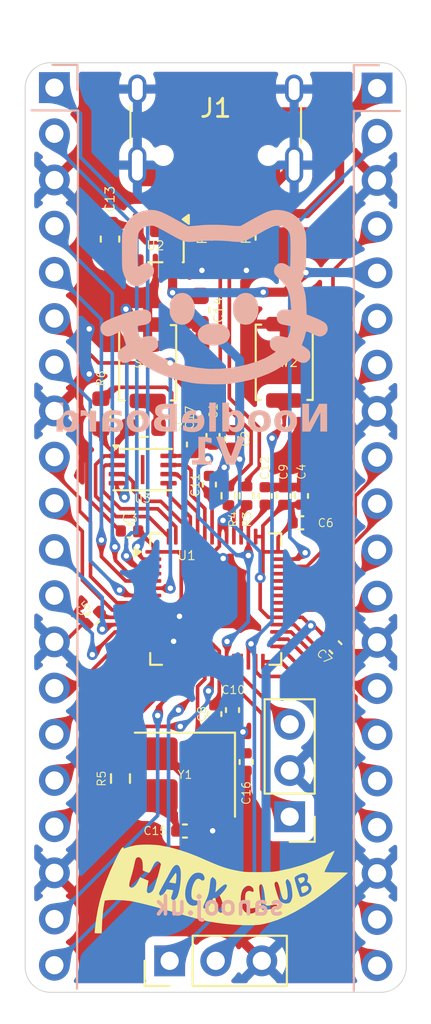
<source format=kicad_pcb>
(kicad_pcb (version 20241229) (generator "pcbnew") (generator_version "9.0")
  (layers (0 "F.Cu" signal) (2 "B.Cu" signal) (13 "F.Paste" user) (15 "B.Paste" user) (5 "F.SilkS" user "F.Silkscreen") (7 "B.SilkS" user "B.Silkscreen") (1 "F.Mask" user) (3 "B.Mask" user) (25 "Edge.Cuts" user))
  (net 0 "")
  (net 2 "GND")
  (net 3 "VBUS")
  (net 4 "Net-(J1-CC2)")
  (net 6 "Net-(J1-CC1)")
  (net 7 "/GPIO27_ADC1")
  (net 8 "/XOUT")
  (net 9 "/GPIO28_ADC2")
  (net 10 "/GPIO16")
  (net 11 "/GPIO11")
  (net 12 "/USB_D-")
  (net 13 "/XIN")
  (net 14 "/GPIO3")
  (net 15 "+1V1")
  (net 16 "+3V3")
  (net 17 "/GPIO8")
  (net 18 "/GPIO25")
  (net 19 "/GPIO21")
  (net 20 "/QSPI_SCLK")
  (net 21 "/GPIO12")
  (net 22 "/GPIO18")
  (net 23 "/SWCLK")
  (net 24 "/GPIO26_ADC0")
  (net 25 "/QSPI_SS")
  (net 26 "/GPIO1")
  (net 27 "/GPIO23")
  (net 28 "/GPIO24")
  (net 29 "/QSPI_SD3")
  (net 30 "/GPIO5")
  (net 31 "/QSPI_SD2")
  (net 32 "/USB_D+")
  (net 33 "/QSPI_SD1")
  (net 34 "/GPIO0")
  (net 35 "/GPIO7")
  (net 36 "/GPIO9")
  (net 37 "/SWD")
  (net 38 "/GPIO19")
  (net 39 "/GPIO20")
  (net 40 "/QSPI_SD0")
  (net 41 "/GPIO22")
  (net 42 "/GPIO10")
  (net 43 "/GPIO4")
  (net 44 "/GPIO13")
  (net 45 "/RUN")
  (net 46 "/GPIO2")
  (net 47 "/GPIO15")
  (net 48 "/GPIO14")
  (net 49 "/GPIO17")
  (net 50 "/GPIO6")
  (net 51 "/GPIO29_ADC3")
  (net 53 "Net-(C15-Pad2)")
  (net 54 "Net-(R7-Pad2)")
  (net 55 "Net-(J1-D+-PadA6)")
  (net 56 "Net-(J1-D--PadA7)")
  (footprint "Capacitor_SMD:C_0402_1005Metric" (layer "F.Cu") (at 31.1 46.15 -45)
    (property "Reference" "C7")
    (property "Value" "100n")
  )
  (footprint "Resistor_SMD:R_0603_1608Metric" (layer "F.Cu") (at 23.75 23.5 -90)
    (property "Reference" "R2")
    (property "Value" "5.1k")
  )
  (footprint "Connector_PinHeader_2.54mm:PinHeader_1x03_P2.54mm_Vertical" (layer "F.Cu") (at 21.96 63.39 90)
    (property "Reference" "J5" (hide yes))
    (property "Value" "Bottom")
  )
  (footprint "Capacitor_SMD:C_0402_1005Metric" (layer "F.Cu") (at 25.425 49.6 -90)
    (property "Reference" "C10")
    (property "Value" "100n")
  )
  (footprint "Capacitor_SMD:C_0402_1005Metric" (layer "F.Cu") (at 22.801777 56.251777 180)
    (property "Reference" "C15")
    (property "Value" "33p")
  )
  (footprint "Capacitor_SMD:C_0402_1005Metric" (layer "F.Cu") (at 24.15 37.2 90)
    (property "Reference" "C11")
    (property "Value" "100n")
  )
  (footprint "LOGO" (layer "F.Cu") (at 24.83 59.43)
    (property "Reference" "G***" (hide yes))
    (property "Value" "LOGO" (hide yes))
  )
  (footprint "Package_SON:Winbond_USON-8-1EP_3x2mm_P0.5mm_EP0.2x1.6mm" (layer "F.Cu") (at 20.475 36.375)
    (property "Reference" "U3")
    (property "Value" "W25Q16JVZPIQ TR")
  )
  (footprint "Capacitor_SMD:C_0402_1005Metric" (layer "F.Cu") (at 24.35 34.525 90)
    (property "Reference" "C1")
    (property "Value" "100n")
  )
  (footprint "Capacitor_SMD:C_0402_1005Metric" (layer "F.Cu") (at 25.38 34.69 90)
    (property "Reference" "C2")
    (property "Value" "100n")
  )
  (footprint "Capacitor_SMD:C_0402_1005Metric" (layer "F.Cu") (at 29.22 39.3)
    (property "Reference" "C6")
    (property "Value" "100n")
  )
  (footprint "Capacitor_SMD:C_0402_1005Metric" (layer "F.Cu") (at 27.225 37.825 -90)
    (property "Reference" "C12")
    (property "Value" "1u")
  )
  (footprint "Capacitor_SMD:C_0402_1005Metric" (layer "F.Cu") (at 26.176777 52.456777 90)
    (property "Reference" "C16")
    (property "Value" "33p")
  )
  (footprint "PCM_marbastlib-various:USB_C_Receptacle_HRO_TYPE-C-31-M-12" (layer "F.Cu") (at 24.5 16.5 180)
    (property "Reference" "J1")
    (property "Value" "USB_C_Receptacle_USB2.0_16P")
  )
  (footprint "Capacitor_SMD:C_0402_1005Metric" (layer "F.Cu") (at 24.45 49.82 -90)
    (property "Reference" "C8")
    (property "Value" "100n")
  )
  (footprint "Capacitor_SMD:C_0402_1005Metric" (layer "F.Cu") (at 19.75 39.75 180)
    (property "Reference" "C3")
    (property "Value" "100n")
  )
  (footprint "Resistor_SMD:R_0603_1608Metric" (layer "F.Cu") (at 26.175 23.5 -90)
    (property "Reference" "R1")
    (property "Value" "5.1k")
  )
  (footprint "Capacitor_SMD:C_0402_1005Metric" (layer "F.Cu") (at 17.75 44.55 -135)
    (property "Reference" "C5")
    (property "Value" "100n")
  )
  (footprint "Resistor_SMD:R_0603_1608Metric" (layer "F.Cu") (at 18.175 33.3 -90)
    (property "Reference" "R6")
    (property "Value" "10k")
  )
  (footprint "Button_Switch_SMD:SW_Push_SPST_NO_Alps_SKRK" (layer "F.Cu") (at 28.275 30.475 -90)
    (property "Reference" "SW2")
    (property "Value" "Reset")
  )
  (footprint "Capacitor_SMD:C_0402_1005Metric" (layer "F.Cu") (at 28.25 37.83 -90)
    (property "Reference" "C9")
    (property "Value" "1u")
  )
  (footprint "Resistor_SMD:R_0402_1005Metric" (layer "F.Cu") (at 25.2 37.815 90)
    (property "Reference" "R4")
    (property "Value" "27")
  )
  (footprint "Capacitor_SMD:C_0603_1608Metric" (layer "F.Cu") (at 23.64 27.6 90)
    (property "Reference" "C14")
    (property "Value" "10u")
  )
  (footprint "Resistor_SMD:R_0402_1005Metric" (layer "F.Cu") (at 26.2 37.815 90)
    (property "Reference" "R3")
    (property "Value" "27")
  )
  (footprint "Capacitor_SMD:C_0402_1005Metric" (layer "F.Cu") (at 29.225 37.825 90)
    (property "Reference" "C4")
    (property "Value" "100n")
  )
  (footprint "Crystal:Crystal_SMD_3225-4Pin_3.2x2.5mm_HandSoldering" (layer "F.Cu") (at 22.801777 53.151777 180)
    (property "Reference" "Y1")
    (property "Value" "12MHz")
  )
  (footprint "Capacitor_SMD:C_0402_1005Metric" (layer "F.Cu") (at 23.275 34.995 90)
    (property "Reference" "C17")
    (property "Value" "100n")
  )
  (footprint "Package_DFN_QFN:QFN-56-1EP_7x7mm_P0.4mm_EP3.2x3.2mm" (layer "F.Cu") (at 24.5 43.5)
    (property "Reference" "U1")
    (property "Value" "RP2040")
  )
  (footprint "Package_TO_SOT_SMD:SOT-23-5" (layer "F.Cu") (at 21.175 24.0625 -90)
    (property "Reference" "U2")
    (property "Value" "ME6211C33M5")
  )
  (footprint "Capacitor_SMD:C_0603_1608Metric" (layer "F.Cu") (at 18.675 23.7 90)
    (property "Reference" "C13")
    (property "Value" "10u")
  )
  (footprint "Button_Switch_SMD:SW_Push_SPST_NO_Alps_SKRK" (layer "F.Cu") (at 20.75 30.5 -90)
    (property "Reference" "SW1")
    (property "Value" "Boot")
  )
  (footprint "Connector_PinHeader_2.54mm:PinHeader_1x03_P2.54mm_Vertical" (layer "F.Cu") (at 28.574999 55.465003 180)
    (property "Reference" "J4" (hide yes))
    (property "Value" "Middle")
  )
  (footprint "Resistor_SMD:R_0603_1608Metric" (layer "F.Cu") (at 20.525 34.05)
    (property "Reference" "R7")
    (property "Value" "1k")
  )
  (footprint "Resistor_SMD:R_0603_1608Metric" (layer "F.Cu") (at 19.251777 53.364277 90)
    (property "Reference" "R5")
    (property "Value" "5.1k")
  )
  (footprint "Connector_PinHeader_2.54mm:PinHeader_1x20_P2.54mm_Vertical" (layer "B.Cu") (at 33.39 15.395 180)
    (property "Reference" "J3" (hide yes))
    (property "Value" "Right")
  )
  (footprint "LOGO" (layer "B.Cu") (at 24.407249 26.60411 180)
    (property "Reference" "G***" (hide yes))
    (property "Value" "LOGO" (hide yes))
  )
  (footprint "Connector_PinHeader_2.54mm:PinHeader_1x20_P2.54mm_Vertical" (layer "B.Cu") (at 15.61 15.37 180)
    (property "Reference" "J2" (hide yes))
    (property "Value" "Left")
  )
  (gr_arc (start 14 15.4) (mid 14.410051 14.410051) (end 15.4 14) (stroke (width 0.05)) (layer "Edge.Cuts"))
  (gr_line (start 33.6 65.12) (end 15.4 65.12) (stroke (width 0.05)) (layer "Edge.Cuts"))
  (gr_arc (start 15.4 65.12) (mid 14.410051 64.709949) (end 14 63.72) (stroke (width 0.05)) (layer "Edge.Cuts"))
  (gr_arc (start 33.6 14) (mid 34.589949 14.410051) (end 35 15.4) (stroke (width 0.05)) (layer "Edge.Cuts"))
  (gr_arc (start 35 63.72) (mid 34.589949 64.709949) (end 33.6 65.12) (stroke (width 0.05)) (layer "Edge.Cuts"))
  (gr_line (start 15.4 14) (end 33.6 14) (stroke (width 0.05)) (layer "Edge.Cuts"))
  (gr_line (start 14 63.72) (end 14 15.4) (stroke (width 0.05)) (layer "Edge.Cuts"))
  (gr_line (start 35 15.4) (end 35 63.72) (stroke (width 0.05)) (layer "Edge.Cuts"))
  (gr_text "sanooj.uk" (at 28.383957 60.939556 0) (layer "B.SilkS") (effects (font (size 1 1) (thickness 0.2) (bold yes)) (justify left bottom mirror)))
  (gr_text "V1" (at 24.593563 36.356612 0) (layer "B.SilkS") (effects (font (size 1.5 1.5) (thickness 0.375) (bold yes)) (justify bottom mirror)))
  (gr_text "NoodleBoard" (at 30.83 34.54 0) (layer "B.SilkS") (effects (font (size 1.5 1.5) (thickness 0.375) (bold yes)) (justify left bottom mirror)))
  (segment (start 23.44853 43.5) (end 22.50353 44.445) (width 0.2) (layer "F.Cu") (net 2))
  (segment (start 20.335 19.63) (end 21.25 20.545) (width 0.5) (layer "F.Cu") (net 2))
  (segment (start 29.225 37.345) (end 28.255 37.345) (width 0.2) (layer "F.Cu") (net 2))
  (segment (start 28.25 37.35) (end 27.23 37.35) (width 0.2) (layer "F.Cu") (net 2))
  (segment (start 20.18 19.63) (end 20.335 19.63) (width 0.5) (layer "F.Cu") (net 2))
  (segment (start 24.5 43.5) (end 24.51 43.5) (width 0.2) (layer "F.Cu") (net 2))
  (segment (start 23.64 33.18) (end 23.56 33.26) (width 0.2) (layer "F.Cu") (net 2))
  (segment (start 23.75 24.325) (end 23.75 25.41) (width 0.2) (layer "F.Cu") (net 2))
  (segment (start 20.85 28.4) (end 20.874999 28.375001) (width 0.2) (layer "F.Cu") (net 2))
  (segment (start 29.846 39.164) (end 30.21 38.8) (width 0.2) (layer "F.Cu") (net 2))
  (segment (start 24.45 50.3) (end 25.205 50.3) (width 0.5) (layer "F.Cu") (net 2))
  (segment (start 21.621777 52.001777) (end 23.921777 54.301777) (width 0.5) (layer "F.Cu") (net 2))
  (segment (start 15.61 45.85) (end 16.18 45.85) (width 0.2) (layer "F.Cu") (net 2))
  (segment (start 21.351777 52.001777) (end 21.621777 52.001777) (width 0.5) (layer "F.Cu") (net 2))
  (segment (start 23.5 46.9375) (end 23.5 46.21) (width 0.2) (layer "F.Cu") (net 2))
  (segment (start 22.341471 45.98) (end 22.179503 45.818032) (width 0.2) (layer "F.Cu") (net 2))
  (segment (start 23.5 46.21) (end 23.27 45.98) (width 0.2) (layer "F.Cu") (net 2))
  (segment (start 23.275 34.515) (end 23.275 33.545) (width 0.2) (layer "F.Cu") (net 2))
  (segment (start 26.19 24.34) (end 26.175 24.325) (width 0.2) (layer "F.Cu") (net 2))
  (segment (start 25.205 50.3) (end 25.425 50.08) (width 0.5) (layer "F.Cu") (net 2))
  (segment (start 24.5 41.67) (end 24.91 41.26) (width 0.2) (layer "F.Cu") (net 2))
  (segment (start 21.175 20.62) (end 21.25 20.545) (width 0.2) (layer "F.Cu") (net 2))
  (segment (start 19.05 37.476473) (end 19.05 37.125) (width 0.2) (layer "F.Cu") (net 2))
  (segment (start 29.836 39.164) (end 29.846 39.164) (width 0.2) (layer "F.Cu") (net 2))
  (segment (start 31.439411 46.489411) (end 32.775589 46.489411) (width 0.5) (layer "F.Cu") (net 2))
  (segment (start 27.23 37.35) (end 27.225 37.345) (width 0.2) (layer "F.Cu") (net 2))
  (segment (start 17.53 31.23) (end 17.53 31.12) (width 0.2) (layer "F.Cu") (net 2))
  (segment (start 23.64 28.375001) (end 23.64 33.18) (width 0.2) (layer "F.Cu") (net 2))
  (segment (start 26.176777 53.703223) (end 26.176777 52.936777) (width 0.2) (layer "F.Cu") (net 2))
  (segment (start 30.21 38.33) (end 29.225 37.345) (width 0.2) (layer "F.Cu") (net 2))
  (segment (start 24.251777 54.301777) (end 25.578223 54.301777) (width 0.2) (layer "F.Cu") (net 2))
  (segment (start 24.5 43.5) (end 23.44853 43.5) (width 0.2) (layer "F.Cu") (net 2))
  (segment (start 27.905 20.545) (end 28.82 19.63) (width 0.5) (layer "F.Cu") (net 2))
  (segment (start 28.255 37.345) (end 28.25 37.35) (width 0.2) (layer "F.Cu") (net 2))
  (segment (start 24.33 56.24) (end 24.33 54.38) (width 0.2) (layer "F.Cu") (net 2))
  (segment (start 15.61 33.15) (end 17.53 31.23) (width 0.2) (layer "F.Cu") (net 2))
  (segment (start 23.75 25.41) (end 23.74 25.42) (width 0.2) (layer "F.Cu") (net 2))
  (segment (start 29.7 39.3) (end 29.836 39.164) (width 0.2) (layer "F.Cu") (net 2))
  (segment (start 17.396 34.936) (end 17.374 34.914) (width 0.2) (layer "F.Cu") (net 2))
  (segment (start 18.46 28.64) (end 19.55 27.55) (width 0.2) (layer "F.Cu") (net 2))
  (segment (start 24.15 36.72) (end 24.5 36.72) (width 0.2) (layer "F.Cu") (net 2))
  (segment (start 16.18 45.85) (end 17.140589 44.889411) (width 0.2) (layer "F.Cu") (net 2))
  (segment (start 15.61 33.15) (end 17.374 34.914) (width 0.2) (layer "F.Cu") (net 2))
  (segment (start 19.2329 39.75) (end 17.396 37.9131) (width 0.2) (layer "F.Cu") (net 2))
  (segment (start 24.33 56.24) (end 23.293554 56.24) (width 0.2) (layer "F.Cu") (net 2))
  (segment (start 27.75 20.545) (end 27.905 20.545) (width 0.5) (layer "F.Cu") (net 2))
  (segment (start 23.921777 54.301777) (end 24.251777 54.301777) (width 0.5) (layer "F.Cu") (net 2))
  (segment (start 20.75 28.4) (end 20.85 28.4) (width 0.2) (layer "F.Cu") (net 2))
  (segment (start 23.82 33.515) (end 24.35 34.045) (width 0.2) (layer "F.Cu") (net 2))
  (segment (start 21.175 22.925) (end 21.175 20.62) (width 0.2) (layer "F.Cu") (net 2))
  (segment (start 23.815 33.515) (end 23.82 33.515) (width 0.2) (layer "F.Cu") (net 2))
  (segment (start 23.293554 56.24) (end 23.281777 56.251777) (width 0.2) (layer "F.Cu") (net 2))
  (segment (start 32.775589 46.489411) (end 33.39 45.875) (width 0.5) (layer "F.Cu") (net 2))
  (segment (start 25.425 50.225) (end 26 50.8) (width 0.2) (layer "F.Cu") (net 2))
  (segment (start 25.33 34.25) (end 24.555 34.25) (width 0.2) (layer "F.Cu") (net 2))
  (segment (start 25.578223 54.301777) (end 26.176777 53.703223) (width 0.2) (layer "F.Cu") (net 2))
  (segment (start 17.53 28.64) (end 18.46 28.64) (width 0.2) (layer "F.Cu") (net 2))
  (segment (start 23.56 33.26) (end 23.815 33.515) (width 0.2) (layer "F.Cu") (net 2))
  (segment (start 19.474001 37.900473) (end 19.05 37.476473) (width 0.2) (layer "F.Cu") (net 2))
  (segment (start 17.140589 44.889411) (end 17.410589 44.889411) (width 0.2) (layer "F.Cu") (net 2))
  (segment (start 20.4 28.4) (end 20.75 28.4) (width 0.2) (layer "F.Cu") (net 2))
  (segment (start 19.27 39.75) (end 19.2329 39.75) (width 0.2) (layer "F.Cu") (net 2))
  (segment (start 23.27 45.98) (end 22.341471 45.98) (width 0.2) (layer "F.Cu") (net 2))
  (segment (start 24.33 54.38) (end 24.251777 54.301777) (width 0.2) (layer "F.Cu") (net 2))
  (segment (start 30.21 38.8) (end 30.21 38.33) (width 0.2) (layer "F.Cu") (net 2))
  (segment (start 25.425 50.08) (end 25.425 50.225) (width 0.2) (layer "F.Cu") (net 2))
  (segment (start 23.275 33.545) (end 23.56 33.26) (width 0.2) (layer "F.Cu") (net 2))
  (segment (start 19.55 27.55) (end 20.4 28.4) (width 0.2) (layer "F.Cu") (net 2))
  (segment (start 24.5 43.5) (end 24.48 43.5) (width 0.2) (layer "F.Cu") (net 2))
  (segment (start 17.396 37.9131) (end 17.396 34.936) (width 0.2) (layer "F.Cu") (net 2))
  (segment (start 24.555 34.25) (end 24.35 34.045) (width 0.2) (layer "F.Cu") (net 2))
  (segment (start 26.19 25.42) (end 26.19 24.34) (width 0.2) (layer "F.Cu") (net 2))
  (segment (start 24.5 36.72) (end 24.97 36.25) (width 0.2) (layer "F.Cu") (net 2))
  (segment (start 20.874999 28.375001) (end 23.64 28.375001) (width 0.2) (layer "F.Cu") (net 2))
  (segment (start 24.5 43.5) (end 24.5 41.67) (width 0.2) (layer "F.Cu") (net 2))
  (via (at 23.56 33.26) (size 0.6) (drill 0.3) (layers "F.Cu" "B.Cu") (net 2))
  (via (at 24.91 41.26) (size 0.6) (drill 0.3) (layers "F.Cu" "B.Cu") (net 2))
  (via (at 22.50353 44.445) (size 0.6) (drill 0.3) (layers "F.Cu" "B.Cu") (net 2))
  (via (at 17.53 31.12) (size 0.6) (drill 0.3) (layers "F.Cu" "B.Cu") (net 2))
  (via (at 26 50.8) (size 0.6) (drill 0.3) (layers "F.Cu" "B.Cu") (net 2))
  (via (at 17.53 28.64) (size 0.6) (drill 0.3) (layers "F.Cu" "B.Cu") (net 2))
  (via (at 19.55 27.55) (size 0.6) (drill 0.3) (layers "F.Cu" "B.Cu") (net 2))
  (via (at 24.97 36.25) (size 0.6) (drill 0.3) (layers "F.Cu" "B.Cu") (net 2))
  (via (at 19.474001 37.900473) (size 0.6) (drill 0.3) (layers "F.Cu" "B.Cu") (net 2))
  (via (at 24.33 56.24) (size 0.6) (drill 0.3) (layers "F.Cu" "B.Cu") (net 2))
  (via (at 23.74 25.42) (size 0.6) (drill 0.3) (layers "F.Cu" "B.Cu") (net 2))
  (via (at 22.179503 45.818032) (size 0.6) (drill 0.3) (layers "F.Cu" "B.Cu") (net 2))
  (via (at 26.19 25.42) (size 0.6) (drill 0.3) (layers "F.Cu" "B.Cu") (net 2))
  (segment (start 17.53 31.12) (end 17.53 28.64) (width 0.2) (layer "B.Cu") (net 2))
  (segment (start 26 50.8) (end 26 54.57) (width 0.2) (layer "B.Cu") (net 2))
  (segment (start 19.6 37.774474) (end 19.6 27.6) (width 0.2) (layer "B.Cu") (net 2))
  (segment (start 23.56 33.26) (end 24.97 34.67) (width 0.2) (layer "B.Cu") (net 2))
  (segment (start 26 54.57) (end 24.33 56.24) (width 0.2) (layer "B.Cu") (net 2))
  (segment (start 24.97 34.67) (end 24.97 36.25) (width 0.2) (layer "B.Cu") (net 2))
  (segment (start 19.474001 37.900473) (end 19.6 37.774474) (width 0.2) (layer "B.Cu") (net 2))
  (segment (start 23.74 25.42) (end 26.19 25.42) (width 0.2) (layer "B.Cu") (net 2))
  (segment (start 19.6 27.6) (end 19.55 27.55) (width 0.2) (layer "B.Cu") (net 2))
  (segment (start 26.95 19.718) (end 26.325 19.093) (width 0.25) (layer "F.Cu") (net 3))
  (segment (start 31.33 17.455) (end 31.33 20.48) (width 0.5) (layer "F.Cu") (net 3))
  (segment (start 22.05 19.718) (end 22.05 20.545) (width 0.25) (layer "F.Cu") (net 3))
  (segment (start 26.325 19.093) (end 22.675 19.093) (width 0.25) (layer "F.Cu") (net 3))
  (segment (start 29.51 22.3) (end 27.578 22.3) (width 0.5) (layer "F.Cu") (net 3))
  (segment (start 26.95 21.672) (end 26.95 20.545) (width 0.5) (layer "F.Cu") (net 3))
  (segment (start 22.05 22.85) (end 22.125 22.925) (width 0.25) (layer "F.Cu") (net 3))
  (segment (start 22.675 19.093) (end 22.05 19.718) (width 0.25) (layer "F.Cu") (net 3))
  (segment (start 20.625 23.9) (end 21.812499 23.9) (width 0.2) (layer "F.Cu") (net 3))
  (segment (start 21.812499 23.9) (end 22.125 23.587499) (width 0.2) (layer "F.Cu") (net 3))
  (segment (start 22.05 20.545) (end 22.05 22.85) (width 0.25) (layer "F.Cu") (net 3))
  (segment (start 26.95 20.545) (end 26.95 19.718) (width 0.25) (layer "F.Cu") (net 3))
  (segment (start 20.225 22.925) (end 20.225 23.5) (width 0.2) (layer "F.Cu") (net 3))
  (segment (start 27.578 22.3) (end 26.95 21.672) (width 0.5) (layer "F.Cu") (net 3))
  (segment (start 20.225 23.5) (end 20.625 23.9) (width 0.2) (layer "F.Cu") (net 3))
  (segment (start 22.125 23.587499) (end 22.125 22.925) (width 0.2) (layer "F.Cu") (net 3))
  (segment (start 31.33 20.48) (end 29.51 22.3) (width 0.5) (layer "F.Cu") (net 3))
  (segment (start 22.05 20.545) (end 22.05 19.651364) (width 0.25) (layer "F.Cu") (net 3))
  (segment (start 33.39 15.395) (end 31.33 17.455) (width 0.5) (layer "F.Cu") (net 3))
  (segment (start 22.05 19.651364) (end 25.125364 16.576) (width 0.25) (layer "F.Cu") (net 3))
  (segment (start 32.209 16.576) (end 33.39 15.395) (width 0.25) (layer "F.Cu") (net 3))
  (segment (start 18.675 22.924999) (end 20.225 22.925) (width 0.2) (layer "F.Cu") (net 3))
  (segment (start 25.125364 16.576) (end 32.209 16.576) (width 0.25) (layer "F.Cu") (net 3))
  (segment (start 22.75 21.675) (end 23.75 22.675) (width 0.2) (layer "F.Cu") (net 4))
  (segment (start 22.75 20.545) (end 22.75 21.675) (width 0.2) (layer "F.Cu") (net 4))
  (segment (start 25.75 20.545) (end 25.75 22.25) (width 0.2) (layer "F.Cu") (net 6))
  (segment (start 25.75 22.25) (end 26.175 22.675) (width 0.2) (layer "F.Cu") (net 6))
  (segment (start 31.369 30.116) (end 33.39 28.095) (width 0.2) (layer "F.Cu") (net 7))
  (segment (start 29.69 42.1) (end 30.709 41.081) (width 0.2) (layer "F.Cu") (net 7))
  (segment (start 27.9375 42.1) (end 29.69 42.1) (width 0.2) (layer "F.Cu") (net 7))
  (segment (start 30.709 39.72) (end 31.369 39.06) (width 0.2) (layer "F.Cu") (net 7))
  (segment (start 31.369 39.06) (end 31.369 30.116) (width 0.2) (layer "F.Cu") (net 7))
  (segment (start 30.709 41.081) (end 30.709 39.72) (width 0.2) (layer "F.Cu") (net 7))
  (segment (start 24.099 48.547527) (end 24.099 48.359358) (width 0.2) (layer "F.Cu") (net 8))
  (segment (start 20.25 50.5) (end 19.251777 51.498223) (width 0.2) (layer "F.Cu") (net 8))
  (segment (start 24.3 48.158358) (end 24.3 46.9375) (width 0.2) (layer "F.Cu") (net 8))
  (segment (start 19.251777 51.498223) (end 19.251777 52.539277) (width 0.2) (layer "F.Cu") (net 8))
  (segment (start 24.099 48.359358) (end 24.3 48.158358) (width 0.2) (layer "F.Cu") (net 8))
  (segment (start 24.1 48.548527) (end 24.099 48.547527) (width 0.2) (layer "F.Cu") (net 8))
  (segment (start 22.55 50.5) (end 20.25 50.5) (width 0.2) (layer "F.Cu") (net 8))
  (via (at 22.55 50.5) (size 0.6) (drill 0.3) (layers "F.Cu" "B.Cu") (net 8))
  (via (at 24.1 48.548527) (size 0.6) (drill 0.3) (layers "F.Cu" "B.Cu") (net 8))
  (segment (start 22.75 50.5) (end 22.55 50.5) (width 0.2) (layer "B.Cu") (net 8))
  (segment (start 24.1 49.15) (end 22.75 50.5) (width 0.2) (layer "B.Cu") (net 8))
  (segment (start 24.1 48.548527) (end 24.1 49.15) (width 0.2) (layer "B.Cu") (net 8))
  (segment (start 30.96 25.445) (end 33.39 23.015) (width 0.2) (layer "F.Cu") (net 9))
  (segment (start 27.9375 41.7) (end 29.5229 41.7) (width 0.2) (layer "F.Cu") (net 9))
  (segment (start 30.96 38.8859) (end 30.96 25.445) (width 0.2) (layer "F.Cu") (net 9))
  (segment (start 30.308 39.5379) (end 30.96 38.8859) (width 0.2) (layer "F.Cu") (net 9))
  (segment (start 30.308 40.9149) (end 30.308 39.5379) (width 0.2) (layer "F.Cu") (net 9))
  (segment (start 29.5229 41.7) (end 30.308 40.9149) (width 0.2) (layer "F.Cu") (net 9))
  (segment (start 26.975 47.75) (end 28.175 47.75) (width 0.2) (layer "F.Cu") (net 10))
  (segment (start 28.175 47.75) (end 30.275 49.85) (width 0.2) (layer "F.Cu") (net 10))
  (segment (start 26.7 46.9375) (end 26.7 47.475) (width 0.2) (layer "F.Cu") (net 10))
  (segment (start 30.275 60.54) (end 33.39 63.655) (width 0.2) (layer "F.Cu") (net 10))
  (segment (start 30.275 49.85) (end 30.275 60.54) (width 0.2) (layer "F.Cu") (net 10))
  (segment (start 26.7 47.475) (end 26.975 47.75) (width 0.2) (layer "F.Cu") (net 10))
  (segment (start 20.44 46.1) (end 21.0625 46.1) (width 0.2) (layer "F.Cu") (net 11))
  (segment (start 15.61 50.93) (end 20.44 46.1) (width 0.2) (layer "F.Cu") (net 11))
  (segment (start 25.9 40.0625) (end 25.9 38.625) (width 0.2) (layer "F.Cu") (net 12))
  (segment (start 25.9 38.625) (end 26.2 38.325) (width 0.2) (layer "F.Cu") (net 12))
  (segment (start 24.276777 51.976777) (end 24.251777 52.001777) (width 0.2) (layer "F.Cu") (net 13))
  (segment (start 23.499 51.249) (end 24.251777 52.001777) (width 0.2) (layer "F.Cu") (net 13))
  (segment (start 23.499 48.301) (end 23.499 51.249) (width 0.2) (layer "F.Cu") (net 13))
  (segment (start 23.9 46.9375) (end 23.9 47.9) (width 0.2) (layer "F.Cu") (net 13))
  (segment (start 26.176777 51.976777) (end 24.276777 51.976777) (width 0.2) (layer "F.Cu") (net 13))
  (segment (start 23.9 47.9) (end 23.499 48.301) (width 0.2) (layer "F.Cu") (net 13))
  (segment (start 18.2 40.25) (end 18.2 41.160824) (width 0.2) (layer "F.Cu") (net 14))
  (segment (start 19.539176 42.5) (end 21.0625 42.5) (width 0.2) (layer "F.Cu") (net 14))
  (segment (start 18.2 41.160824) (end 19.539176 42.5) (width 0.2) (layer "F.Cu") (net 14))
  (via (at 18.2 40.25) (size 0.6) (drill 0.3) (layers "F.Cu" "B.Cu") (net 14))
  (segment (start 18.2 28.12) (end 15.61 25.53) (width 0.2) (layer "B.Cu") (net 14))
  (segment (start 18.2 40.25) (end 18.2 28.12) (width 0.2) (layer "B.Cu") (net 14))
  (segment (start 26.3 39.525) (end 27.225 38.6) (width 0.2) (layer "F.Cu") (net 15))
  (segment (start 23.975 35.85) (end 23.539 36.286) (width 0.2) (layer "F.Cu") (net 15))
  (segment (start 27.225 38.6) (end 27.225 38.305) (width 0.2) (layer "F.Cu") (net 15))
  (segment (start 24.06569 35.774802) (end 23.990492 35.85) (width 0.2) (layer "F.Cu") (net 15))
  (segment (start 25.1 46.9375) (end 25.1 48.795) (width 0.2) (layer "F.Cu") (net 15))
  (segment (start 23.990492 35.85) (end 23.975 35.85) (width 0.2) (layer "F.Cu") (net 15))
  (segment (start 23.539 36.286) (end 23.539 37.069) (width 0.2) (layer "F.Cu") (net 15))
  (segment (start 25.1 45.85) (end 25.124265 45.825735) (width 0.2) (layer "F.Cu") (net 15))
  (segment (start 25.1 46.9375) (end 25.1 45.85) (width 0.2) (layer "F.Cu") (net 15))
  (segment (start 25.1 48.795) (end 25.425 49.12) (width 0.2) (layer "F.Cu") (net 15))
  (segment (start 23.539 37.069) (end 24.15 37.68) (width 0.2) (layer "F.Cu") (net 15))
  (segment (start 26.3 40.0625) (end 26.3 41.1) (width 0.2) (layer "F.Cu") (net 15))
  (segment (start 24.3 37.83) (end 24.15 37.68) (width 0.2) (layer "F.Cu") (net 15))
  (segment (start 26.3 40.0625) (end 26.3 39.525) (width 0.2) (layer "F.Cu") (net 15))
  (segment (start 24.3 40.0625) (end 24.3 37.83) (width 0.2) (layer "F.Cu") (net 15))
  (via (at 26.3 41.1) (size 0.6) (drill 0.3) (layers "F.Cu" "B.Cu") (net 15))
  (via (at 24.06569 35.774802) (size 0.6) (drill 0.3) (layers "F.Cu" "B.Cu") (net 15))
  (via (at 25.124265 45.825735) (size 0.6) (drill 0.3) (layers "F.Cu" "B.Cu") (net 15))
  (segment (start 25.204265 45.825735) (end 25.124265 45.825735) (width 0.2) (layer "B.Cu") (net 15))
  (segment (start 26.3 41.1) (end 26.3 44.73) (width 0.2) (layer "B.Cu") (net 15))
  (segment (start 24.06569 35.774802) (end 23.54 36.300492) (width 0.2) (layer "B.Cu") (net 15))
  (segment (start 23.54 36.300492) (end 23.54 38.99) (width 0.2) (layer "B.Cu") (net 15))
  (segment (start 23.54 38.99) (end 25.65 41.1) (width 0.2) (layer "B.Cu") (net 15))
  (segment (start 26.3 44.73) (end 25.204265 45.825735) (width 0.2) (layer "B.Cu") (net 15))
  (segment (start 25.65 41.1) (end 26.3 41.1) (width 0.2) (layer "B.Cu") (net 15))
  (segment (start 27.9375 40.9) (end 27.1 40.9) (width 0.2) (layer "F.Cu") (net 16))
  (segment (start 21.0625 40.5825) (end 20.23 39.75) (width 0.2) (layer "F.Cu") (net 16))
  (segment (start 24.397774 40.9) (end 24.7 40.597774) (width 0.2) (layer "F.Cu") (net 16))
  (segment (start 26.7 40.0625) (end 27.1 40.0625) (width 0.2) (layer "F.Cu") (net 16))
  (segment (start 25.33 35.31) (end 25.33 35.21) (width 0.2) (layer "F.Cu") (net 16))
  (segment (start 18.669041 44.499) (end 18.327822 44.499) (width 0.2) (layer "F.Cu") (net 16))
  (segment (start 22.075 35.125) (end 22.075 35.45) (width 0.2) (layer "F.Cu") (net 16))
  (segment (start 29.736765 44.963235) (end 29.913235 44.963235) (width 0.2) (layer "F.Cu") (net 16))
  (segment (start 29.27353 44.5) (end 29.736765 44.963235) (width 0.2) (layer "F.Cu") (net 16))
  (segment (start 27.1 40.0625) (end 27.1 39.46) (width 0.2) (layer "F.Cu") (net 16))
  (segment (start 21.0625 44.5) (end 21.6 44.5) (width 0.2) (layer "F.Cu") (net 16))
  (segment (start 24.7 40.597774) (end 24.7 40.0625) (width 0.2) (layer "F.Cu") (net 16))
  (segment (start 24.7 49.09) (end 24.45 49.34) (width 0.2) (layer "F.Cu") (net 16))
  (segment (start 25.15 35.03) (end 25.33 35.21) (width 0.2) (layer "F.Cu") (net 16))
  (segment (start 18.327822 44.499) (end 18.039411 44.210589) (width 0.2) (layer "F.Cu") (net 16))
  (segment (start 22.6 43.5) (end 22.6 41.075) (width 0.2) (layer "F.Cu") (net 16))
  (segment (start 29.47 25.54) (end 29.44 25.54) (width 0.5) (layer "F.Cu") (net 16))
  (segment (start 21.6 44.5) (end 22.6 43.5) (width 0.2) (layer "F.Cu") (net 16))
  (segment (start 22.075 35.45) (end 21.9 35.625) (width 0.2) (layer "F.Cu") (net 16))
  (segment (start 23.125 35.625) (end 23.275 35.475) (width 0.2) (layer "F.Cu") (net 16))
  (segment (start 18.175 32.475) (end 18.8 31.85) (width 0.2) (layer "F.Cu") (net 16))
  (segment (start 29.22 38.31) (end 29.225 38.305) (width 0.2) (layer "F.Cu") (net 16))
  (segment (start 21.0625 40.9) (end 21.0625 40.5825) (width 0.2) (layer "F.Cu") (net 16))
  (segment (start 23.275 35.475) (end 23.745 35.005) (width 0.2) (layer "F.Cu") (net 16))
  (segment (start 24.7 46.9375) (end 24.7 49.09) (width 0.2) (layer "F.Cu") (net 16))
  (segment (start 21.0625 40.9) (end 22.225 40.9) (width 0.2) (layer "F.Cu") (net 16))
  (segment (start 24.35 35.005) (end 24.375 35.03) (width 0.2) (layer "F.Cu") (net 16))
  (segment (start 27.1 40.0625) (end 27.1 40.9) (width 0.2) (layer "F.Cu") (net 16))
  (segment (start 21.775 31.85) (end 22.075 32.15) (width 0.2) (layer "F.Cu") (net 16))
  (segment (start 27.9375 44.5) (end 27.4 44.5) (width 0.2) (layer "F.Cu") (net 16))
  (segment (start 22.075 32.15) (end 22.075 35.125) (width 0.2) (layer "F.Cu") (net 16))
  (segment (start 28.25 38.31) (end 28.725 38.31) (width 0.2) (layer "F.Cu") (net 16))
  (segment (start 22.6 41.075) (end 22.425 40.9) (width 0.2) (layer "F.Cu") (net 16))
  (segment (start 20.35 40) (end 20.05 40) (width 0.2) (layer "F.Cu") (net 16))
  (segment (start 23.78 45.43) (end 22.64 45.43) (width 0.2) (layer "F.Cu") (net 16))
  (segment (start 23.745 35.005) (end 24.35 35.005) (width 0.2) (layer "F.Cu") (net 16))
  (segment (start 21.71 44.5) (end 21.0625 44.5) (width 0.2) (layer "F.Cu") (net 16))
  (segment (start 24.18 35.175) (end 24.35 35.005) (width 0.2) (layer "F.Cu") (net 16))
  (segment (start 28.725 38.31) (end 29.22 38.31) (width 0.2) (layer "F.Cu") (net 16))
  (segment (start 28.36 26.62) (end 27.12 26.62) (width 0.5) (layer "F.Cu") (net 16))
  (segment (start 29.913235 44.963235) (end 30.760589 45.810589) (width 0.2) (layer "F.Cu") (net 16))
  (segment (start 24.7 39.37) (end 24.9 39.17) (width 0.2) (layer "F.Cu") (net 16))
  (segment (start 25.1 39.37) (end 24.9 39.17) (width 0.2) (layer "F.Cu") (net 16))
  (segment (start 26.95 44.05) (end 26.95 42.32) (width 0.2) (layer "F.Cu") (net 16))
  (segment (start 23.64 26.824999) (end 22.294999 26.824999) (width 0.2) (layer "F.Cu") (net 16))
  (segment (start 27.4 44.5) (end 26.95 44.05) (width 0.2) (layer "F.Cu") (net 16))
  (segment (start 22.64 45.43) (end 21.71 44.5) (width 0.2) (layer "F.Cu") (net 16))
  (segment (start 27.1 42.17) (end 26.95 42.32) (width 0.2) (layer "F.Cu") (net 16))
  (segment (start 24.375 35.03) (end 25.15 35.03) (width 0.2) (layer "F.Cu") (net 16))
  (segment (start 22.225 40.9) (end 22.425 40.9) (width 0.2) (layer "F.Cu") (net 16))
  (segment (start 22.075 35.125) (end 22.075 35.3) (width 0.2) (layer "F.Cu") (net 16))
  (segment (start 27.9375 40.9) (end 27.9375 40.1025) (width 0.2) (layer "F.Cu") (net 16))
  (segment (start 18.8 31.85) (end 21.775 31.85) (width 0.2) (layer "F.Cu") (net 16))
  (segment (start 25.82 35.8) (end 25.33 35.31) (width 0.2) (layer "F.Cu") (net 16))
  (segment (start 22.425 40.9) (end 24.397774 40.9) (width 0.2) (layer "F.Cu") (net 16))
  (segment (start 24.7 46.9375) (end 24.7 46.35) (width 0.2) (layer "F.Cu") (net 16))
  (segment (start 27.1 39.46) (end 28.25 38.31) (width 0.2) (layer "F.Cu") (net 16))
  (segment (start 22.125 25.2) (end 22.125 26.645) (width 0.5) (layer "F.Cu") (net 16))
  (segment (start 29.44 25.54) (end 28.36 26.62) (width 0.5) (layer "F.Cu") (net 16))
  (segment (start 24.7 46.35) (end 23.78 45.43) (width 0.2) (layer "F.Cu") (net 16))
  (segment (start 18.670041 44.5) (end 18.669041 44.499) (width 0.2) (layer "F.Cu") (net 16))
  (segment (start 27.1 40.9) (end 27.1 42.17) (width 0.2) (layer "F.Cu") (net 16))
  (segment (start 28.74 39.3) (end 28.74 38.325) (width 0.2) (layer "F.Cu") (net 16))
  (segment (start 22.294999 26.824999) (end 22.12 26.65) (width 0.2) (layer "F.Cu") (net 16))
  (segment (start 27.9375 44.5) (end 29.27353 44.5) (width 0.2) (layer "F.Cu") (net 16))
  (segment (start 24.7 40.0625) (end 24.7 39.37) (width 0.2) (layer "F.Cu") (net 16))
  (segment (start 21.0625 44.5) (end 18.670041 44.5) (width 0.2) (layer "F.Cu") (net 16))
  (segment (start 25.1 40.0625) (end 25.1 39.37) (width 0.2) (layer "F.Cu") (net 16))
  (segment (start 22.125 26.645) (end 22.12 26.65) (width 0.5) (layer "F.Cu") (net 16))
  (segment (start 29.23 38.3) (end 29.225 38.305) (width 0.2) (layer "F.Cu") (net 16))
  (segment (start 27.9375 40.1025) (end 28.74 39.3) (width 0.2) (layer "F.Cu") (net 16))
  (segment (start 21.9 35.625) (end 23.125 35.625) (width 0.2) (layer "F.Cu") (net 16))
  (segment (start 24.7 48.865) (end 24.45 49.115) (width 0.2) (layer "F.Cu") (net 16))
  (segment (start 24.7 46.9375) (end 24.7 48.865) (width 0.2) (layer "F.Cu") (net 16))
  (segment (start 28.74 38.325) (end 28.725 38.31) (width 0.2) (layer "F.Cu") (net 16))
  (via (at 27.12 26.62) (size 0.6) (drill 0.3) (layers "F.Cu" "B.Cu") (net 16))
  (via (at 29.736765 44.963235) (size 0.6) (drill 0.3) (layers "F.Cu" "B.Cu") (net 16))
  (via (at 22.12 26.65) (size 0.6) (drill 0.3) (layers "F.Cu" "B.Cu") (net 16))
  (via (at 25.82 35.8) (size 0.6) (drill 0.3) (layers "F.Cu" "B.Cu") (net 16))
  (via (at 29.47 25.54) (size 0.6) (drill 0.3) (layers "F.Cu" "B.Cu") (net 16))
  (via (at 24.9 39.17) (size 0.6) (drill 0.3) (layers "F.Cu" "B.Cu") (net 16))
  (via (at 26.95 42.32) (size 0.6) (drill 0.3) (layers "F.Cu" "B.Cu") (net 16))
  (segment (start 29.736765 44.963235) (end 27.273999 47.426001) (width 0.5) (layer "B.Cu") (net 16))
  (segment (start 29.47 25.54) (end 33.375 25.54) (width 0.5) (layer "B.Cu") (net 16))
  (segment (start 25.82 30.35) (end 22.12 26.65) (width 0.5) (layer "B.Cu") (net 16))
  (segment (start 24.34 63.39) (end 24.5 63.39) (width 0.5) (layer "B.Cu") (net 16))
  (segment (start 27.273999 47.426001) (end 27.274 60.456) (width 0.5) (layer "B.Cu") (net 16))
  (segment (start 26.95 40.900057) (end 26.95 42.32) (width 0.2) (layer "B.Cu") (net 16))
  (segment (start 24.28 63.45) (end 24.34 63.39) (width 0.5) (layer "B.Cu") (net 16))
  (segment (start 25.82 35.8) (end 25.82 38.25) (width 0.2) (layer "B.Cu") (net 16))
  (segment (start 27.09 26.65) (end 27.12 26.62) (width 0.5) (layer "B.Cu") (net 16))
  (segment (start 27.274 60.456) (end 24.28 63.45) (width 0.5) (layer "B.Cu") (net 16))
  (segment (start 22.12 26.65) (end 27.09 26.65) (width 0.5) (layer "B.Cu") (net 16))
  (segment (start 33.375 25.54) (end 33.39 25.555) (width 0.5) (layer "B.Cu") (net 16))
  (segment (start 24.9 39.17) (end 25.219943 39.17) (width 0.2) (layer "B.Cu") (net 16))
  (segment (start 25.82 38.25) (end 24.9 39.17) (width 0.2) (layer "B.Cu") (net 16))
  (segment (start 25.219943 39.17) (end 26.95 40.900057) (width 0.2) (layer "B.Cu") (net 16))
  (segment (start 25.82 35.8) (end 25.82 30.35) (width 0.5) (layer "B.Cu") (net 16))
  (segment (start 21.0625 44.9) (end 18.502941 44.9) (width 0.2) (layer "F.Cu") (net 17))
  (segment (start 18.502941 44.9) (end 18.248054 45.154887) (width 0.2) (layer "F.Cu") (net 17))
  (segment (start 15.61 41.36) (end 15.61 40.77) (width 0.2) (layer "F.Cu") (net 17))
  (via (at 18.248054 45.154887) (size 0.6) (drill 0.3) (layers "F.Cu" "B.Cu") (net 17))
  (segment (start 18.248054 43.408054) (end 15.61 40.77) (width 0.2) (layer "B.Cu") (net 17))
  (segment (start 18.248054 45.154887) (end 18.248054 43.408054) (width 0.2) (layer "B.Cu") (net 17))
  (segment (start 30.14 42.9) (end 31.525 41.515) (width 0.2) (layer "F.Cu") (net 18))
  (segment (start 33.39 36.62724) (end 33.39 35.715) (width 0.2) (layer "F.Cu") (net 18))
  (segment (start 32.18 39.47) (end 32.18 37.83724) (width 0.2) (layer "F.Cu") (net 18))
  (segment (start 27.9375 42.9) (end 30.14 42.9) (width 0.2) (layer "F.Cu") (net 18))
  (segment (start 31.525 41.515) (end 31.525 40.125) (width 0.2) (layer "F.Cu") (net 18))
  (segment (start 31.525 40.125) (end 32.18 39.47) (width 0.2) (layer "F.Cu") (net 18))
  (segment (start 32.18 37.83724) (end 33.39 36.62724) (width 0.2) (layer "F.Cu") (net 18))
  (segment (start 27.9375 44.9) (end 28.825 44.9) (width 0.2) (layer "F.Cu") (net 19))
  (segment (start 28.825 44.9) (end 32.34 48.415) (width 0.2) (layer "F.Cu") (net 19))
  (segment (start 32.34 48.415) (end 33.39 48.415) (width 0.2) (layer "F.Cu") (net 19))
  (segment (start 22.725 36.975) (end 22.375 36.625) (width 0.2) (layer "F.Cu") (net 20))
  (segment (start 23.5 38.725) (end 22.725 37.95) (width 0.2) (layer "F.Cu") (net 20))
  (segment (start 23.5 40.0625) (end 23.5 38.725) (width 0.2) (layer "F.Cu") (net 20))
  (segment (start 22.725 37.95) (end 22.725 36.975) (width 0.2) (layer "F.Cu") (net 20))
  (segment (start 22.375 36.625) (end 21.9 36.625) (width 0.2) (layer "F.Cu") (net 20))
  (segment (start 21.9 47.35) (end 15.78 53.47) (width 0.2) (layer "F.Cu") (net 21))
  (segment (start 15.78 53.47) (end 15.61 53.47) (width 0.2) (layer "F.Cu") (net 21))
  (segment (start 21.9 46.9375) (end 21.9 47.35) (width 0.2) (layer "F.Cu") (net 21))
  (segment (start 28.025 46.1) (end 27.9375 46.1) (width 0.2) (layer "F.Cu") (net 22))
  (segment (start 31.275 49.35) (end 28.025 46.1) (width 0.2) (layer "F.Cu") (net 22))
  (segment (start 33.39 56.035) (end 31.275 53.92) (width 0.2) (layer "F.Cu") (net 22))
  (segment (start 31.275 53.92) (end 31.275 49.35) (width 0.2) (layer "F.Cu") (net 22))
  (segment (start 25.5 48.25) (end 27.06 49.81) (width 0.2) (layer "F.Cu") (net 23))
  (segment (start 27.4 54.290004) (end 28.574999 55.465003) (width 0.2) (layer "F.Cu") (net 23))
  (segment (start 27.06 53.96) (end 27.390004 54.290004) (width 0.2) (layer "F.Cu") (net 23))
  (segment (start 27.06 49.81) (end 27.06 53.96) (width 0.2) (layer "F.Cu") (net 23))
  (segment (start 27.390004 54.290004) (end 27.4 54.290004) (width 0.2) (layer "F.Cu") (net 23))
  (segment (start 25.5 46.9375) (end 25.5 48.25) (width 0.2) (layer "F.Cu") (net 23))
  (segment (start 31.77 39.27) (end 31.77 32.255) (width 0.2) (layer "F.Cu") (net 24))
  (segment (start 27.9375 42.5) (end 29.86 42.5) (width 0.2) (layer "F.Cu") (net 24))
  (segment (start 29.86 42.5) (end 31.11 41.25) (width 0.2) (layer "F.Cu") (net 24))
  (segment (start 31.77 32.255) (end 33.39 30.635) (width 0.2) (layer "F.Cu") (net 24))
  (segment (start 31.11 41.25) (end 31.11 39.93) (width 0.2) (layer "F.Cu") (net 24))
  (segment (start 31.11 39.93) (end 31.77 39.27) (width 0.2) (layer "F.Cu") (net 24))
  (segment (start 18.175 34.125) (end 18.175 34.75) (width 0.2) (layer "F.Cu") (net 25))
  (segment (start 19.05 35.625) (end 18.3579 35.625) (width 0.2) (layer "F.Cu") (net 25))
  (segment (start 17.88 36.1029) (end 17.88 37.83) (width 0.2) (layer "F.Cu") (net 25))
  (segment (start 18.3579 35.625) (end 17.88 36.1029) (width 0.2) (layer "F.Cu") (net 25))
  (segment (start 19.01 38.96) (end 20.7975 38.96) (width 0.2) (layer "F.Cu") (net 25))
  (segment (start 19.05 35.625) (end 19.05 34.7) (width 0.2) (layer "F.Cu") (net 25))
  (segment (start 20.7975 38.96) (end 21.9 40.0625) (width 0.2) (layer "F.Cu") (net 25))
  (segment (start 18.175 34.75) (end 19.05 35.625) (width 0.2) (layer "F.Cu") (net 25))
  (segment (start 17.88 37.83) (end 19.01 38.96) (width 0.2) (layer "F.Cu") (net 25))
  (segment (start 19.05 34.7) (end 19.7 34.05) (width 0.2) (layer "F.Cu") (net 25))
  (segment (start 20.156219 41.7) (end 21.0625 41.7) (width 0.2) (layer "F.Cu") (net 26))
  (segment (start 19.57641 41.120191) (end 20.156219 41.7) (width 0.2) (layer "F.Cu") (net 26))
  (via (at 19.57641 41.120191) (size 0.6) (drill 0.3) (layers "F.Cu" "B.Cu") (net 26))
  (segment (start 20.15 23.101) (end 15.61 18.561) (width 0.2) (layer "B.Cu") (net 26))
  (segment (start 15.61 18.561) (end 15.61 17.91) (width 0.2) (layer "B.Cu") (net 26))
  (segment (start 19.57641 41.120191) (end 19.57641 40.122177) (width 0.2) (layer "B.Cu") (net 26))
  (segment (start 19.57641 40.122177) (end 19.848587 39.85) (width 0.2) (layer "B.Cu") (net 26))
  (segment (start 20.15 39.85) (end 20.15 23.101) (width 0.2) (layer "B.Cu") (net 26))
  (segment (start 19.848587 39.85) (end 20.15 39.85) (width 0.2) (layer "B.Cu") (net 26))
  (segment (start 27.9375 43.7) (end 30.86 43.7) (width 0.2) (layer "F.Cu") (net 27))
  (segment (start 30.86 43.7) (end 33.39 41.17) (width 0.2) (layer "F.Cu") (net 27))
  (segment (start 33.39 41.17) (end 33.39 40.795) (width 0.2) (layer "F.Cu") (net 27))
  (segment (start 27.9375 43.3) (end 30.56 43.3) (width 0.2) (layer "F.Cu") (net 28))
  (segment (start 33.39 39.16) (end 33.39 38.255) (width 0.2) (layer "F.Cu") (net 28))
  (segment (start 31.99 41.87) (end 31.99 40.56) (width 0.2) (layer "F.Cu") (net 28))
  (segment (start 31.99 40.56) (end 33.39 39.16) (width 0.2) (layer "F.Cu") (net 28))
  (segment (start 30.56 43.3) (end 31.99 41.87) (width 0.2) (layer "F.Cu") (net 28))
  (segment (start 22.85 36.125) (end 21.9 36.125) (width 0.2) (layer "F.Cu") (net 29))
  (segment (start 23.9 40.0625) (end 23.9 38.525) (width 0.2) (layer "F.Cu") (net 29))
  (segment (start 23.138 36.413) (end 22.85 36.125) (width 0.2) (layer "F.Cu") (net 29))
  (segment (start 23.138 37.763) (end 23.138 36.413) (width 0.2) (layer "F.Cu") (net 29))
  (segment (start 23.9 38.525) (end 23.138 37.763) (width 0.2) (layer "F.Cu") (net 29))
  (segment (start 19.199265 43.000735) (end 19.2 43.000735) (width 0.2) (layer "F.Cu") (net 30))
  (segment (start 19.2 43.000735) (end 19.499265 43.3) (width 0.2) (layer "F.Cu") (net 30))
  (segment (start 19.499265 43.3) (end 21.0625 43.3) (width 0.2) (layer "F.Cu") (net 30))
  (via (at 19.199265 43.000735) (size 0.6) (drill 0.3) (layers "F.Cu" "B.Cu") (net 30))
  (segment (start 19.199265 43) (end 17.59 41.390735) (width 0.2) (layer "B.Cu") (net 30))
  (segment (start 19.199265 43.000735) (end 19.199265 43) (width 0.2) (layer "B.Cu") (net 30))
  (segment (start 17.59 41.390735) (end 17.59 32.59) (width 0.2) (layer "B.Cu") (net 30))
  (segment (start 17.59 32.59) (end 15.61 30.61) (width 0.2) (layer "B.Cu") (net 30))
  (segment (start 22.7 39.35) (end 21.47 38.12) (width 0.2) (layer "F.Cu") (net 31))
  (segment (start 19.515798 36.625) (end 19.05 36.625) (width 0.2) (layer "F.Cu") (net 31))
  (segment (start 21.47 38.12) (end 20.56 38.12) (width 0.2) (layer "F.Cu") (net 31))
  (segment (start 20.56 38.12) (end 19.95 37.51) (width 0.2) (layer "F.Cu") (net 31))
  (segment (start 19.95 37.059202) (end 19.515798 36.625) (width 0.2) (layer "F.Cu") (net 31))
  (segment (start 22.7 40.0625) (end 22.7 39.35) (width 0.2) (layer "F.Cu") (net 31))
  (segment (start 19.95 37.51) (end 19.95 37.059202) (width 0.2) (layer "F.Cu") (net 31))
  (segment (start 25.5 40.0625) (end 25.5 38.625) (width 0.2) (layer "F.Cu") (net 32))
  (segment (start 25.5 38.625) (end 25.2 38.325) (width 0.2) (layer "F.Cu") (net 32))
  (segment (start 22.3 39.525) (end 22.3 40.0625) (width 0.2) (layer "F.Cu") (net 33))
  (segment (start 18.28 36.27) (end 18.28 37.555) (width 0.2) (layer "F.Cu") (net 33))
  (segment (start 18.425 36.125) (end 18.28 36.27) (width 0.2) (layer "F.Cu") (net 33))
  (segment (start 19.05 36.125) (end 18.425 36.125) (width 0.2) (layer "F.Cu") (net 33))
  (segment (start 18.28 37.555) (end 19.255 38.53) (width 0.2) (layer "F.Cu") (net 33))
  (segment (start 21.305 38.53) (end 22.3 39.525) (width 0.2) (layer "F.Cu") (net 33))
  (segment (start 19.255 38.53) (end 21.305 38.53) (width 0.2) (layer "F.Cu") (net 33))
  (segment (start 20.184196 40.600002) (end 20.184196 40.984196) (width 0.2) (layer "F.Cu") (net 34))
  (segment (start 20.5 41.3) (end 21.0625 41.3) (width 0.2) (layer "F.Cu") (net 34))
  (segment (start 20.184196 40.984196) (end 20.5 41.3) (width 0.2) (layer "F.Cu") (net 34))
  (segment (start 20.184194 40.6) (end 20.184196 40.600002) (width 0.2) (layer "F.Cu") (net 34))
  (via (at 20.184194 40.6) (size 0.6) (drill 0.3) (layers "F.Cu" "B.Cu") (net 34))
  (segment (start 20.184196 40.415804) (end 20.75 39.85) (width 0.2) (layer "B.Cu") (net 34))
  (segment (start 20.75 39.85) (end 20.75 22.9) (width 0.2) (layer "B.Cu") (net 34))
  (segment (start 20.75 22.9) (end 17.05 19.2) (width 0.2) (layer "B.Cu") (net 34))
  (segment (start 17.05 16.81) (end 15.61 15.37) (width 0.2) (layer "B.Cu") (net 34))
  (segment (start 20.184194 40.6) (end 20.184196 40.599998) (width 0.2) (layer "B.Cu") (net 34))
  (segment (start 20.184196 40.599998) (end 20.184196 40.415804) (width 0.2) (layer "B.Cu") (net 34))
  (segment (start 17.05 19.2) (end 17.05 16.81) (width 0.2) (layer "B.Cu") (net 34))
  (segment (start 17.15 42.45) (end 17.15 39.77) (width 0.2) (layer "F.Cu") (net 35))
  (segment (start 21.0625 44.1) (end 18.8 44.1) (width 0.2) (layer "F.Cu") (net 35))
  (segment (start 17.15 39.77) (end 15.61 38.23) (width 0.2) (layer "F.Cu") (net 35))
  (segment (start 18.8 44.1) (end 17.15 42.45) (width 0.2) (layer "F.Cu") (net 35))
  (segment (start 18.95147 45.3) (end 17.700735 46.550735) (width 0.2) (layer "F.Cu") (net 36))
  (segment (start 15.61 43.86) (end 15.61 43.31) (width 0.2) (layer "F.Cu") (net 36))
  (segment (start 21.0625 45.3) (end 18.95147 45.3) (width 0.2) (layer "F.Cu") (net 36))
  (via (at 17.700735 46.550735) (size 0.6) (drill 0.3) (layers "F.Cu" "B.Cu") (net 36))
  (segment (start 17.700735 45.400735) (end 15.61 43.31) (width 0.2) (layer "B.Cu") (net 36))
  (segment (start 17.700735 46.550735) (end 17.700735 45.400735) (width 0.2) (layer "B.Cu") (net 36))
  (segment (start 25.9 46.9375) (end 25.9 47.710004) (width 0.2) (layer "F.Cu") (net 37))
  (segment (start 25.9 47.710004) (end 28.574999 50.385003) (width 0.2) (layer "F.Cu") (net 37))
  (segment (start 27.9375 45.7) (end 28.475 45.7) (width 0.2) (layer "F.Cu") (net 38))
  (segment (start 28.475 45.7) (end 31.725 48.95) (width 0.2) (layer "F.Cu") (net 38))
  (segment (start 31.725 51.83) (end 33.39 53.495) (width 0.2) (layer "F.Cu") (net 38))
  (segment (start 31.725 48.95) (end 31.725 51.83) (width 0.2) (layer "F.Cu") (net 38))
  (segment (start 32.225 49.79) (end 32.225 48.87776) (width 0.2) (layer "F.Cu") (net 39))
  (segment (start 28.64724 45.3) (end 27.9375 45.3) (width 0.2) (layer "F.Cu") (net 39))
  (segment (start 32.225 48.87776) (end 28.64724 45.3) (width 0.2) (layer "F.Cu") (net 39))
  (segment (start 33.39 50.955) (end 32.225 49.79) (width 0.2) (layer "F.Cu") (net 39))
  (segment (start 21.9 37.125) (end 21.9 37.775) (width 0.2) (layer "F.Cu") (net 40))
  (segment (start 21.9 37.775) (end 23.1 38.975) (width 0.2) (layer "F.Cu") (net 40))
  (segment (start 23.1 38.975) (end 23.1 40.0625) (width 0.2) (layer "F.Cu") (net 40))
  (segment (start 27.9375 44.1) (end 32.625 44.1) (width 0.2) (layer "F.Cu") (net 41))
  (segment (start 32.625 44.1) (end 33.39 43.335) (width 0.2) (layer "F.Cu") (net 41))
  (segment (start 15.61 48.39) (end 15.65 48.35) (width 0.2) (layer "F.Cu") (net 42))
  (segment (start 15.65 48.35) (end 16.75 48.35) (width 0.2) (layer "F.Cu") (net 42))
  (segment (start 19.4 45.7) (end 21.0625 45.7) (width 0.2) (layer "F.Cu") (net 42))
  (segment (start 16.75 48.35) (end 19.4 45.7) (width 0.2) (layer "F.Cu") (net 42))
  (segment (start 21.0625 42.9) (end 22 42.9) (width 0.2) (layer "F.Cu") (net 43))
  (segment (start 21.99 30.51) (end 18.05 30.51) (width 0.2) (layer "F.Cu") (net 43))
  (segment (start 18.05 30.51) (end 15.61 28.07) (width 0.2) (layer "F.Cu") (net 43))
  (via (at 22 42.9) (size 0.6) (drill 0.3) (layers "F.Cu" "B.Cu") (net 43))
  (via (at 21.99 30.51) (size 0.6) (drill 0.3) (layers "F.Cu" "B.Cu") (net 43))
  (segment (start 22 42.9) (end 22 30.52) (width 0.2) (layer "B.Cu") (net 43))
  (segment (start 22 30.52) (end 21.99 30.51) (width 0.2) (layer "B.Cu") (net 43))
  (segment (start 17.4 54.22) (end 15.61 56.01) (width 0.2) (layer "F.Cu") (net 44))
  (segment (start 22.3 47.85) (end 17.4 52.75) (width 0.2) (layer "F.Cu") (net 44))
  (segment (start 22.3 46.9375) (end 22.3 47.85) (width 0.2) (layer "F.Cu") (net 44))
  (segment (start 17.4 52.75) (end 17.4 54.22) (width 0.2) (layer "F.Cu") (net 44))
  (segment (start 27.6 34.6) (end 28.275 33.925) (width 0.2) (layer "F.Cu") (net 45))
  (segment (start 26.3 46.1) (end 26.445 45.955) (width 0.2) (layer "F.Cu") (net 45))
  (segment (start 27.6 34.65) (end 27.6 34.6) (width 0.2) (layer "F.Cu") (net 45))
  (segment (start 26.3 46.9375) (end 26.3 46.1) (width 0.2) (layer "F.Cu") (net 45))
  (segment (start 28.275 33.925) (end 28.275 32.575) (width 0.2) (layer "F.Cu") (net 45))
  (via (at 27.6 34.65) (size 0.6) (drill 0.3) (layers "F.Cu" "B.Cu") (net 45))
  (via (at 26.445 45.955) (size 0.6) (drill 0.3) (layers "F.Cu" "B.Cu") (net 45))
  (segment (start 26.445 45.955) (end 26.63 46.14) (width 0.2) (layer "B.Cu") (net 45))
  (segment (start 27.6 44.73) (end 27.6 34.65) (width 0.2) (layer "B.Cu") (net 45))
  (segment (start 26.63 58.72) (end 21.96 63.39) (width 0.2) (layer "B.Cu") (net 45))
  (segment (start 26.445 45.955) (end 26.445 45.885) (width 0.2) (layer "B.Cu") (net 45))
  (segment (start 26.63 46.14) (end 26.63 58.72) (width 0.2) (layer "B.Cu") (net 45))
  (segment (start 26.445 45.885) (end 27.6 44.73) (width 0.2) (layer "B.Cu") (net 45))
  (segment (start 18.97641 40.656423) (end 18.97641 41.370134) (width 0.2) (layer "F.Cu") (net 46))
  (segment (start 19.706276 42.1) (end 21.0625 42.1) (width 0.2) (layer "F.Cu") (net 46))
  (segment (start 18.946723 40.626736) (end 18.97641 40.656423) (width 0.2) (layer "F.Cu") (net 46))
  (segment (start 18.97641 41.370134) (end 19.706276 42.1) (width 0.2) (layer "F.Cu") (net 46))
  (via (at 18.946723 40.626736) (size 0.6) (drill 0.3) (layers "F.Cu" "B.Cu") (net 46))
  (segment (start 18.946723 40.626736) (end 18.801 40.481013) (width 0.2) (layer "B.Cu") (net 46))
  (segment (start 18.801 26.701) (end 15.61 23.51) (width 0.2) (layer "B.Cu") (net 46))
  (segment (start 15.61 23.51) (end 15.61 22.99) (width 0.2) (layer "B.Cu") (net 46))
  (segment (start 18.801 40.481013) (end 18.801 26.701) (width 0.2) (layer "B.Cu") (net 46))
  (segment (start 22.45 49.6) (end 23.098 48.952) (width 0.2) (layer "F.Cu") (net 47))
  (segment (start 23.098 48.952) (end 23.098 48.1349) (width 0.2) (layer "F.Cu") (net 47))
  (segment (start 23.098 48.1349) (end 23.1 48.1329) (width 0.2) (layer "F.Cu") (net 47))
  (segment (start 23.1 48.1329) (end 23.1 46.9375) (width 0.2) (layer "F.Cu") (net 47))
  (via (at 22.45 49.6) (size 0.6) (drill 0.3) (layers "F.Cu" "B.Cu") (net 47))
  (segment (start 22.45 49.6) (end 22.350057 49.699943) (width 0.2) (layer "B.Cu") (net 47))
  (segment (start 21.9 50.149943) (end 21.9 57.34) (width 0.2) (layer "B.Cu") (net 47))
  (segment (start 21.9 57.34) (end 15.61 63.63) (width 0.2) (layer "B.Cu") (net 47))
  (segment (start 22.35 49.699943) (end 21.9 50.149943) (width 0.2) (layer "B.Cu") (net 47))
  (segment (start 22.350057 49.699943) (end 22.35 49.699943) (width 0.2) (layer "B.Cu") (net 47))
  (segment (start 21.3 49.45) (end 22.7 48.05) (width 0.2) (layer "F.Cu") (net 48))
  (segment (start 22.7 48.05) (end 22.7 46.9375) (width 0.2) (layer "F.Cu") (net 48))
  (segment (start 21.3 49.9) (end 21.3 49.45) (width 0.2) (layer "F.Cu") (net 48))
  (via (at 21.3 49.9) (size 0.6) (drill 0.3) (layers "F.Cu" "B.Cu") (net 48))
  (segment (start 21.3 55.4) (end 15.61 61.09) (width 0.2) (layer "B.Cu") (net 48))
  (segment (start 21.3 49.9) (end 21.3 55.4) (width 0.2) (layer "B.Cu") (net 48))
  (segment (start 30.775 58.5) (end 30.775 49.625) (width 0.2) (layer "F.Cu") (net 49))
  (segment (start 30.775 49.625) (end 28.0875 46.9375) (width 0.2) (layer "F.Cu") (net 49))
  (segment (start 28.0875 46.9375) (end 27.1 46.9375) (width 0.2) (layer "F.Cu") (net 49))
  (segment (start 33.39 61.115) (end 30.775 58.5) (width 0.2) (layer "F.Cu") (net 49))
  (segment (start 17.6 42.25) (end 17.6 39.26) (width 0.2) (layer "F.Cu") (net 50))
  (segment (start 15.61 36.56) (end 15.61 35.69) (width 0.2) (layer "F.Cu") (net 50))
  (segment (start 21.0625 43.7) (end 19.05 43.7) (width 0.2) (layer "F.Cu") (net 50))
  (segment (start 19.05 43.7) (end 17.6 42.25) (width 0.2) (layer "F.Cu") (net 50))
  (segment (start 17.6 39.26) (end 16.995 38.655) (width 0.2) (layer "F.Cu") (net 50))
  (segment (start 16.995 38.655) (end 16.995 37.945) (width 0.2) (layer "F.Cu") (net 50))
  (segment (start 16.995 37.945) (end 15.61 36.56) (width 0.2) (layer "F.Cu") (net 50))
  (segment (start 29.07437 41.3) (end 27.9375 41.3) (width 0.2) (layer "F.Cu") (net 51))
  (segment (start 29.427185 40.947185) (end 29.07437 41.3) (width 0.2) (layer "F.Cu") (net 51))
  (via (at 29.427185 40.947185) (size 0.6) (drill 0.3) (layers "F.Cu" "B.Cu") (net 51))
  (segment (start 28.58 40.1) (end 28.58 23.24) (width 0.2) (layer "B.Cu") (net 51))
  (segment (start 29.427185 40.947185) (end 28.58 40.1) (width 0.2) (layer "B.Cu") (net 51))
  (segment (start 33.39 18.43) (end 33.39 17.935) (width 0.2) (layer "B.Cu") (net 51))
  (segment (start 28.58 23.24) (end 33.39 18.43) (width 0.2) (layer "B.Cu") (net 51))
  (segment (start 21.239277 54.189277) (end 21.351777 54.301777) (width 0.2) (layer "F.Cu") (net 53))
  (segment (start 22.321777 56.251777) (end 22.321777 55.271777) (width 0.2) (layer "F.Cu") (net 53))
  (segment (start 19.251777 54.189277) (end 21.239277 54.189277) (width 0.2) (layer "F.Cu") (net 53))
  (segment (start 22.321777 55.271777) (end 21.351777 54.301777) (width 0.2) (layer "F.Cu") (net 53))
  (segment (start 21.35 34.05) (end 21.35 33.2) (width 0.2) (layer "F.Cu") (net 54))
  (segment (start 21.35 33.2) (end 20.75 32.6) (width 0.2) (layer "F.Cu") (net 54))
  (segment (start 26.45 36.055) (end 25.2 37.305) (width 0.2) (layer "F.Cu") (net 55))
  (segment (start 24.75 20.545) (end 24.75 32.576394) (width 0.2) (layer "F.Cu") (net 55))
  (segment (start 24.75 21.522) (end 24.75 20.545) (width 0.2) (layer "F.Cu") (net 55))
  (segment (start 23.799 21.571) (end 24.701 21.571) (width 0.2) (layer "F.Cu") (net 55))
  (segment (start 23.75 21.522) (end 23.799 21.571) (width 0.2) (layer "F.Cu") (net 55))
  (segment (start 24.75 32.576394) (end 26.45 34.276394) (width 0.2) (layer "F.Cu") (net 55))
  (segment (start 26.45 34.276394) (end 26.45 36.055) (width 0.2) (layer "F.Cu") (net 55))
  (segment (start 23.75 20.545) (end 23.75 21.522) (width 0.2) (layer "F.Cu") (net 55))
  (segment (start 24.701 21.571) (end 24.75 21.522) (width 0.2) (layer "F.Cu") (net 55))
  (segment (start 25.467772 25.057407) (end 25.467772 25.439635) (width 0.2) (layer "F.Cu") (net 56))
  (segment (start 26.9 36.241397) (end 26.2 36.941397) (width 0.2) (layer "F.Cu") (net 56))
  (segment (start 24.299 19.519) (end 25.201 19.519) (width 0.2) (layer "F.Cu") (net 56))
  (segment (start 25.25 26.039635) (end 25.25 26.69595) (width 0.2) (layer "F.Cu") (net 56))
  (segment (start 24.25 20.545) (end 24.25 19.568) (width 0.2) (layer "F.Cu") (net 56))
  (segment (start 25.25 26.69595) (end 25.25 32.44) (width 0.2) (layer "F.Cu") (net 56))
  (segment (start 25.25 20.939635) (end 25.25 24.189635) (width 0.2) (layer "F.Cu") (net 56))
  (segment (start 25.201 19.519) (end 25.25 19.568) (width 0.2) (layer "F.Cu") (net 56))
  (segment (start 26.9 34.09) (end 26.9 36.241397) (width 0.2) (layer "F.Cu") (net 56))
  (segment (start 25.25 20.545) (end 25.25 20.939635) (width 0.2) (layer "F.Cu") (net 56))
  (segment (start 25.25 32.44) (end 26.9 34.09) (width 0.2) (layer "F.Cu") (net 56))
  (segment (start 25.25 19.568) (end 25.25 20.545) (width 0.2) (layer "F.Cu") (net 56))
  (segment (start 24.25 19.568) (end 24.299 19.519) (width 0.2) (layer "F.Cu") (net 56))
  (segment (start 26.2 36.941397) (end 26.2 37.305) (width 0.2) (layer "F.Cu") (net 56))
  (segment (start 25.25 25.657407) (end 25.25 26.039635) (width 0.2) (layer "F.Cu") (net 56))
  (segment (start 25.25 24.189635) (end 25.25 24.839635) (width 0.2) (layer "F.Cu") (net 56))
  (arc (start 25.25 24.839635) (mid 25.281892 24.916629) (end 25.358886 24.948521) (width 0.2) (layer "F.Cu") (net 56))
  (arc (start 25.467772 25.439635) (mid 25.43588 25.516629) (end 25.358886 25.548521) (width 0.2) (layer "F.Cu") (net 56))
  (arc (start 25.358886 24.948521) (mid 25.43588 24.980413) (end 25.467772 25.057407) (width 0.2) (layer "F.Cu") (net 56))
  (arc (start 25.358886 25.548521) (mid 25.281892 25.580413) (end 25.25 25.657407) (width 0.2) (layer "F.Cu") (net 56))
  (zone (net 2) (net_name "GND") (layers "F.Cu" "B.Cu") (connect_pads (clearance 0.5)) (min_thickness 0.25) (fill yes (thermal_gap 0.5) (thermal_bridge_width 0.5))
    (polygon (pts (xy 14 14) (xy 35 14) (xy 35 65) (xy 14 65)))
  )
)
</source>
